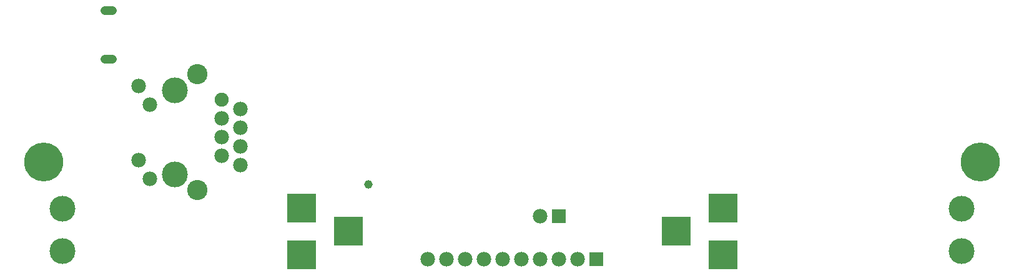
<source format=gbr>
G04 EAGLE Gerber RS-274X export*
G75*
%MOMM*%
%FSLAX34Y34*%
%LPD*%
%INSoldermask Bottom*%
%IPPOS*%
%AMOC8*
5,1,8,0,0,1.08239X$1,22.5*%
G01*
%ADD10C,5.283200*%
%ADD11C,3.505200*%
%ADD12C,1.219200*%
%ADD13C,1.981200*%
%ADD14C,1.903200*%
%ADD15C,2.743200*%
%ADD16C,3.503200*%
%ADD17R,4.013200X4.013200*%
%ADD18R,1.981200X1.981200*%
%ADD19C,1.159600*%


D10*
X50800Y152400D03*
X1320800Y152400D03*
D11*
X76200Y88900D03*
X76200Y31750D03*
X1295400Y31750D03*
X1295400Y88900D03*
D12*
X143430Y358120D02*
X133270Y358120D01*
X133270Y292120D02*
X143430Y292120D01*
D13*
X317490Y148598D03*
X292090Y161298D03*
X317490Y173998D03*
X292090Y186698D03*
X317490Y199398D03*
X292090Y212098D03*
X317490Y224798D03*
D14*
X292090Y237498D03*
D15*
X259090Y271798D03*
X259090Y114298D03*
D16*
X228590Y135898D03*
X228590Y250198D03*
D13*
X194804Y129785D03*
X179604Y256285D03*
X194809Y230904D03*
X179609Y155204D03*
D17*
X400050Y26670D03*
X400050Y90170D03*
X463550Y58420D03*
X971550Y26670D03*
X971550Y90170D03*
X908050Y58420D03*
D18*
X800100Y20320D03*
D13*
X774700Y20320D03*
X749300Y20320D03*
X723900Y20320D03*
X698500Y20320D03*
X673100Y20320D03*
X647700Y20320D03*
X622300Y20320D03*
X596900Y20320D03*
X571500Y20320D03*
D18*
X749300Y78740D03*
D13*
X723900Y78740D03*
D19*
X490605Y121876D03*
M02*

</source>
